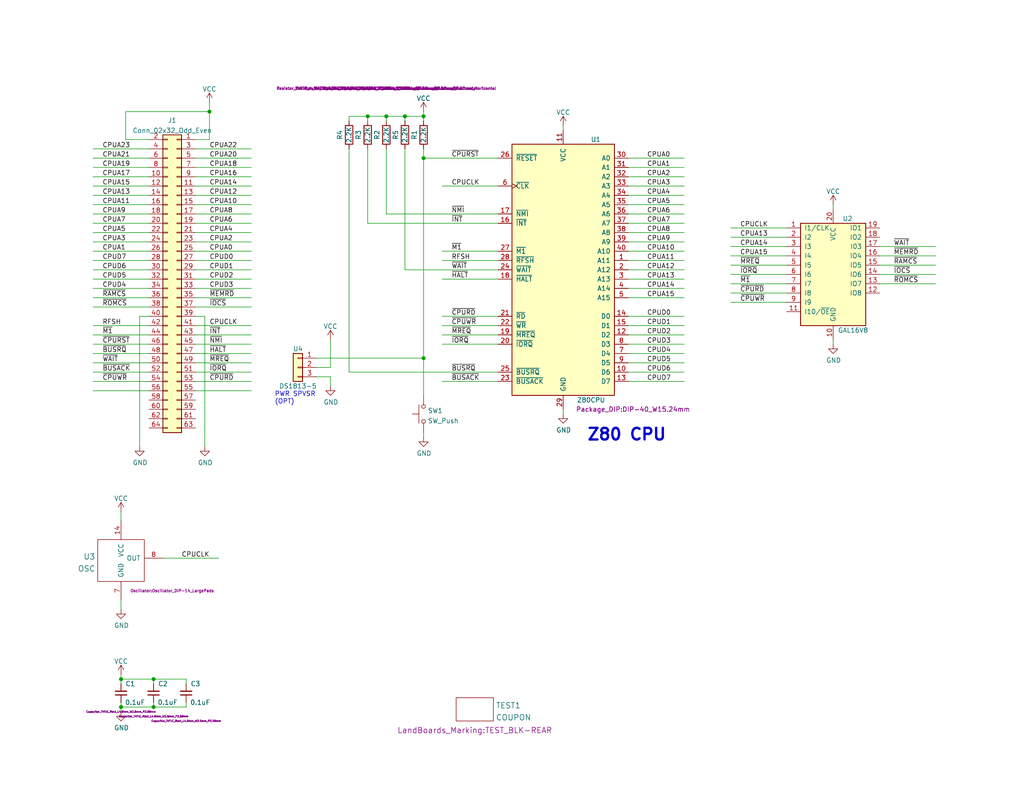
<source format=kicad_sch>
(kicad_sch (version 20211123) (generator eeschema)
  (paper "A")
  (title_block (title "LB-Z80-01") (date "2022-09-09") (rev "1") (company "Land Boards LLC"))
  (lib_symbols
    (symbol "Connector_Generic:Conn_01x03" (pin_names (offset 1.016) hide)
      (property "Reference" "J" (at 0 5.08 0))
      (property "Value" "Conn_01x03" (at 0 -5.08 0))
      (symbol "Conn_01x03_1_1"
        (rectangle (start -1.27 -2.413) (end 0 -2.667) (stroke (width 0.1524)))
        (rectangle (start -1.27 0.127) (end 0 -0.127) (stroke (width 0.1524)))
        (rectangle (start -1.27 2.667) (end 0 2.413) (stroke (width 0.1524)))
        (rectangle (start -1.27 3.81) (end 1.27 -3.81) (stroke (width 0.254)) (fill (type background)))
        (pin passive line (at -5.08 2.54 0) (length 3.81) (name "Pin_1") (number "1"))
        (pin passive line (at -5.08 0 0) (length 3.81) (name "Pin_2") (number "2"))
        (pin passive line (at -5.08 -2.54 0) (length 3.81) (name "Pin_3") (number "3"))
      )
    )
    (symbol "Connector_Generic:Conn_02x32_Odd_Even" (pin_names (offset 1.016) hide)
      (property "Reference" "J" (at 1.27 40.64 0))
      (property "Value" "Conn_02x32_Odd_Even" (at 1.27 -43.18 0))
      (symbol "Conn_02x32_Odd_Even_1_1"
        (rectangle (start -1.27 -40.513) (end 0 -40.767) (stroke (width 0.1524)))
        (rectangle (start -1.27 -37.973) (end 0 -38.227) (stroke (width 0.1524)))
        (rectangle (start -1.27 -35.433) (end 0 -35.687) (stroke (width 0.1524)))
        (rectangle (start -1.27 -32.893) (end 0 -33.147) (stroke (width 0.1524)))
        (rectangle (start -1.27 -30.353) (end 0 -30.607) (stroke (width 0.1524)))
        (rectangle (start -1.27 -27.813) (end 0 -28.067) (stroke (width 0.1524)))
        (rectangle (start -1.27 -25.273) (end 0 -25.527) (stroke (width 0.1524)))
        (rectangle (start -1.27 -22.733) (end 0 -22.987) (stroke (width 0.1524)))
        (rectangle (start -1.27 -20.193) (end 0 -20.447) (stroke (width 0.1524)))
        (rectangle (start -1.27 -17.653) (end 0 -17.907) (stroke (width 0.1524)))
        (rectangle (start -1.27 -15.113) (end 0 -15.367) (stroke (width 0.1524)))
        (rectangle (start -1.27 -12.573) (end 0 -12.827) (stroke (width 0.1524)))
        (rectangle (start -1.27 -10.033) (end 0 -10.287) (stroke (width 0.1524)))
        (rectangle (start -1.27 -7.493) (end 0 -7.747) (stroke (width 0.1524)))
        (rectangle (start -1.27 -4.953) (end 0 -5.207) (stroke (width 0.1524)))
        (rectangle (start -1.27 -2.413) (end 0 -2.667) (stroke (width 0.1524)))
        (rectangle (start -1.27 0.127) (end 0 -0.127) (stroke (width 0.1524)))
        (rectangle (start -1.27 2.667) (end 0 2.413) (stroke (width 0.1524)))
        (rectangle (start -1.27 5.207) (end 0 4.953) (stroke (width 0.1524)))
        (rectangle (start -1.27 7.747) (end 0 7.493) (stroke (width 0.1524)))
        (rectangle (start -1.27 10.287) (end 0 10.033) (stroke (width 0.1524)))
        (rectangle (start -1.27 12.827) (end 0 12.573) (stroke (width 0.1524)))
        (rectangle (start -1.27 15.367) (end 0 15.113) (stroke (width 0.1524)))
        (rectangle (start -1.27 17.907) (end 0 17.653) (stroke (width 0.1524)))
        (rectangle (start -1.27 20.447) (end 0 20.193) (stroke (width 0.1524)))
        (rectangle (start -1.27 22.987) (end 0 22.733) (stroke (width 0.1524)))
        (rectangle (start -1.27 25.527) (end 0 25.273) (stroke (width 0.1524)))
        (rectangle (start -1.27 28.067) (end 0 27.813) (stroke (width 0.1524)))
        (rectangle (start -1.27 30.607) (end 0 30.353) (stroke (width 0.1524)))
        (rectangle (start -1.27 33.147) (end 0 32.893) (stroke (width 0.1524)))
        (rectangle (start -1.27 35.687) (end 0 35.433) (stroke (width 0.1524)))
        (rectangle (start -1.27 38.227) (end 0 37.973) (stroke (width 0.1524)))
        (rectangle (start -1.27 39.37) (end 3.81 -41.91) (stroke (width 0.254)) (fill (type background)))
        (rectangle (start 3.81 -40.513) (end 2.54 -40.767) (stroke (width 0.1524)))
        (rectangle (start 3.81 -37.973) (end 2.54 -38.227) (stroke (width 0.1524)))
        (rectangle (start 3.81 -35.433) (end 2.54 -35.687) (stroke (width 0.1524)))
        (rectangle (start 3.81 -32.893) (end 2.54 -33.147) (stroke (width 0.1524)))
        (rectangle (start 3.81 -30.353) (end 2.54 -30.607) (stroke (width 0.1524)))
        (rectangle (start 3.81 -27.813) (end 2.54 -28.067) (stroke (width 0.1524)))
        (rectangle (start 3.81 -25.273) (end 2.54 -25.527) (stroke (width 0.1524)))
        (rectangle (start 3.81 -22.733) (end 2.54 -22.987) (stroke (width 0.1524)))
        (rectangle (start 3.81 -20.193) (end 2.54 -20.447) (stroke (width 0.1524)))
        (rectangle (start 3.81 -17.653) (end 2.54 -17.907) (stroke (width 0.1524)))
        (rectangle (start 3.81 -15.113) (end 2.54 -15.367) (stroke (width 0.1524)))
        (rectangle (start 3.81 -12.573) (end 2.54 -12.827) (stroke (width 0.1524)))
        (rectangle (start 3.81 -10.033) (end 2.54 -10.287) (stroke (width 0.1524)))
        (rectangle (start 3.81 -7.493) (end 2.54 -7.747) (stroke (width 0.1524)))
        (rectangle (start 3.81 -4.953) (end 2.54 -5.207) (stroke (width 0.1524)))
        (rectangle (start 3.81 -2.413) (end 2.54 -2.667) (stroke (width 0.1524)))
        (rectangle (start 3.81 0.127) (end 2.54 -0.127) (stroke (width 0.1524)))
        (rectangle (start 3.81 2.667) (end 2.54 2.413) (stroke (width 0.1524)))
        (rectangle (start 3.81 5.207) (end 2.54 4.953) (stroke (width 0.1524)))
        (rectangle (start 3.81 7.747) (end 2.54 7.493) (stroke (width 0.1524)))
        (rectangle (start 3.81 10.287) (end 2.54 10.033) (stroke (width 0.1524)))
        (rectangle (start 3.81 12.827) (end 2.54 12.573) (stroke (width 0.1524)))
        (rectangle (start 3.81 15.367) (end 2.54 15.113) (stroke (width 0.1524)))
        (rectangle (start 3.81 17.907) (end 2.54 17.653) (stroke (width 0.1524)))
        (rectangle (start 3.81 20.447) (end 2.54 20.193) (stroke (width 0.1524)))
        (rectangle (start 3.81 22.987) (end 2.54 22.733) (stroke (width 0.1524)))
        (rectangle (start 3.81 25.527) (end 2.54 25.273) (stroke (width 0.1524)))
        (rectangle (start 3.81 28.067) (end 2.54 27.813) (stroke (width 0.1524)))
        (rectangle (start 3.81 30.607) (end 2.54 30.353) (stroke (width 0.1524)))
        (rectangle (start 3.81 33.147) (end 2.54 32.893) (stroke (width 0.1524)))
        (rectangle (start 3.81 35.687) (end 2.54 35.433) (stroke (width 0.1524)))
        (rectangle (start 3.81 38.227) (end 2.54 37.973) (stroke (width 0.1524)))
        (pin passive line (at -5.08 38.1 0) (length 3.81) (name "Pin_1") (number "1"))
        (pin passive line (at 7.62 27.94 180) (length 3.81) (name "Pin_10") (number "10"))
        (pin passive line (at -5.08 25.4 0) (length 3.81) (name "Pin_11") (number "11"))
        (pin passive line (at 7.62 25.4 180) (length 3.81) (name "Pin_12") (number "12"))
        (pin passive line (at -5.08 22.86 0) (length 3.81) (name "Pin_13") (number "13"))
        (pin passive line (at 7.62 22.86 180) (length 3.81) (name "Pin_14") (number "14"))
        (pin passive line (at -5.08 20.32 0) (length 3.81) (name "Pin_15") (number "15"))
        (pin passive line (at 7.62 20.32 180) (length 3.81) (name "Pin_16") (number "16"))
        (pin passive line (at -5.08 17.78 0) (length 3.81) (name "Pin_17") (number "17"))
        (pin passive line (at 7.62 17.78 180) (length 3.81) (name "Pin_18") (number "18"))
        (pin passive line (at -5.08 15.24 0) (length 3.81) (name "Pin_19") (number "19"))
        (pin passive line (at 7.62 38.1 180) (length 3.81) (name "Pin_2") (number "2"))
        (pin passive line (at 7.62 15.24 180) (length 3.81) (name "Pin_20") (number "20"))
        (pin passive line (at -5.08 12.7 0) (length 3.81) (name "Pin_21") (number "21"))
        (pin passive line (at 7.62 12.7 180) (length 3.81) (name "Pin_22") (number "22"))
        (pin passive line (at -5.08 10.16 0) (length 3.81) (name "Pin_23") (number "23"))
        (pin passive line (at 7.62 10.16 180) (length 3.81) (name "Pin_24") (number "24"))
        (pin passive line (at -5.08 7.62 0) (length 3.81) (name "Pin_25") (number "25"))
        (pin passive line (at 7.62 7.62 180) (length 3.81) (name "Pin_26") (number "26"))
        (pin passive line (at -5.08 5.08 0) (length 3.81) (name "Pin_27") (number "27"))
        (pin passive line (at 7.62 5.08 180) (length 3.81) (name "Pin_28") (number "28"))
        (pin passive line (at -5.08 2.54 0) (length 3.81) (name "Pin_29") (number "29"))
        (pin passive line (at -5.08 35.56 0) (length 3.81) (name "Pin_3") (number "3"))
        (pin passive line (at 7.62 2.54 180) (length 3.81) (name "Pin_30") (number "30"))
        (pin passive line (at -5.08 0 0) (length 3.81) (name "Pin_31") (number "31"))
        (pin passive line (at 7.62 0 180) (length 3.81) (name "Pin_32") (number "32"))
        (pin passive line (at -5.08 -2.54 0) (length 3.81) (name "Pin_33") (number "33"))
        (pin passive line (at 7.62 -2.54 180) (length 3.81) (name "Pin_34") (number "34"))
        (pin passive line (at -5.08 -5.08 0) (length 3.81) (name "Pin_35") (number "35"))
        (pin passive line (at 7.62 -5.08 180) (length 3.81) (name "Pin_36") (number "36"))
        (pin passive line (at -5.08 -7.62 0) (length 3.81) (name "Pin_37") (number "37"))
        (pin passive line (at 7.62 -7.62 180) (length 3.81) (name "Pin_38") (number "38"))
        (pin passive line (at -5.08 -10.16 0) (length 3.81) (name "Pin_39") (number "39"))
        (pin passive line (at 7.62 35.56 180) (length 3.81) (name "Pin_4") (number "4"))
        (pin passive line (at 7.62 -10.16 180) (length 3.81) (name "Pin_40") (number "40"))
        (pin passive line (at -5.08 -12.7 0) (length 3.81) (name "Pin_41") (number "41"))
        (pin passive line (at 7.62 -12.7 180) (length 3.81) (name "Pin_42") (number "42"))
        (pin passive line (at -5.08 -15.24 0) (length 3.81) (name "Pin_43") (number "43"))
        (pin passive line (at 7.62 -15.24 180) (length 3.81) (name "Pin_44") (number "44"))
        (pin passive line (at -5.08 -17.78 0) (length 3.81) (name "Pin_45") (number "45"))
        (pin passive line (at 7.62 -17.78 180) (length 3.81) (name "Pin_46") (number "46"))
        (pin passive line (at -5.08 -20.32 0) (length 3.81) (name "Pin_47") (number "47"))
        (pin passive line (at 7.62 -20.32 180) (length 3.81) (name "Pin_48") (number "48"))
        (pin passive line (at -5.08 -22.86 0) (length 3.81) (name "Pin_49") (number "49"))
        (pin passive line (at -5.08 33.02 0) (length 3.81) (name "Pin_5") (number "5"))
        (pin passive line (at 7.62 -22.86 180) (length 3.81) (name "Pin_50") (number "50"))
        (pin passive line (at -5.08 -25.4 0) (length 3.81) (name "Pin_51") (number "51"))
        (pin passive line (at 7.62 -25.4 180) (length 3.81) (name "Pin_52") (number "52"))
        (pin passive line (at -5.08 -27.94 0) (length 3.81) (name "Pin_53") (number "53"))
        (pin passive line (at 7.62 -27.94 180) (length 3.81) (name "Pin_54") (number "54"))
        (pin passive line (at -5.08 -30.48 0) (length 3.81) (name "Pin_55") (number "55"))
        (pin passive line (at 7.62 -30.48 180) (length 3.81) (name "Pin_56") (number "56"))
        (pin passive line (at -5.08 -33.02 0) (length 3.81) (name "Pin_57") (number "57"))
        (pin passive line (at 7.62 -33.02 180) (length 3.81) (name "Pin_58") (number "58"))
        (pin passive line (at -5.08 -35.56 0) (length 3.81) (name "Pin_59") (number "59"))
        (pin passive line (at 7.62 33.02 180) (length 3.81) (name "Pin_6") (number "6"))
        (pin passive line (at 7.62 -35.56 180) (length 3.81) (name "Pin_60") (number "60"))
        (pin passive line (at -5.08 -38.1 0) (length 3.81) (name "Pin_61") (number "61"))
        (pin passive line (at 7.62 -38.1 180) (length 3.81) (name "Pin_62") (number "62"))
        (pin passive line (at -5.08 -40.64 0) (length 3.81) (name "Pin_63") (number "63"))
        (pin passive line (at 7.62 -40.64 180) (length 3.81) (name "Pin_64") (number "64"))
        (pin passive line (at -5.08 30.48 0) (length 3.81) (name "Pin_7") (number "7"))
        (pin passive line (at 7.62 30.48 180) (length 3.81) (name "Pin_8") (number "8"))
        (pin passive line (at -5.08 27.94 0) (length 3.81) (name "Pin_9") (number "9"))
      )
    )
    (symbol "Device:C_Small" (pin_numbers hide) (pin_names (offset 0.254) hide)
      (property "Reference" "C" (at 0.254 1.778 0))
      (property "Value" "C_Small" (at 0.254 -2.032 0))
      (symbol "C_Small_0_1"
        (polyline (pts (xy -1.524 -0.508) (xy 1.524 -0.508)) (stroke (width 0.3302)))
        (polyline (pts (xy -1.524 0.508) (xy 1.524 0.508)) (stroke (width 0.3048)))
      )
      (symbol "C_Small_1_1"
        (pin passive line (at 0 2.54 270) (length 2.032) (name "~") (number "1"))
        (pin passive line (at 0 -2.54 90) (length 2.032) (name "~") (number "2"))
      )
    )
    (symbol "Device:R" (pin_numbers hide) (pin_names (offset 0))
      (property "Reference" "R" (at 2.032 0 90))
      (property "Value" "R" (at 0 0 90))
      (symbol "R_0_1"
        (rectangle (start -1.016 -2.54) (end 1.016 2.54) (stroke (width 0.254)))
      )
      (symbol "R_1_1"
        (pin passive line (at 0 3.81 270) (length 1.27) (name "~") (number "1"))
        (pin passive line (at 0 -3.81 90) (length 1.27) (name "~") (number "2"))
      )
    )
    (symbol "LandBoards:COUPON" (pin_names (offset 1.016))
      (property "Reference" "COUP?" (at 0 0 0))
      (property "Value" "COUPON" (at 0 0 0))
      (symbol "COUPON_0_1"
        (rectangle (start -5.08 0) (end 5.08 6.35))
      )
    )
    (symbol "LandBoards_Semis:OSC" (pin_names (offset 1.016))
      (property "Reference" "U" (at 3.81 6.35 0))
      (property "Value" "OSC" (at 5.08 -7.62 0))
      (symbol "OSC_0_1"
        (rectangle (start 6.35 -6.35) (end -6.35 5.08))
      )
      (symbol "OSC_1_1"
        (pin power_in line (at 0 10.16 270) (length 5.08) (name "VCC") (number "14"))
        (pin power_in line (at 0 -11.43 90) (length 5.08) (name "GND") (number "7"))
        (pin output line (at 11.43 0 180) (length 5.08) (name "OUT") (number "8"))
      )
    )
    (symbol "Logic_Programmable:GAL16V8" (pin_names (offset 1.016))
      (property "Reference" "U" (at -8.89 16.51 0))
      (property "Value" "GAL16V8" (at 1.27 16.51 0))
      (symbol "GAL16V8_0_0"
        (pin power_in line (at 0 -17.78 90) (length 3.81) (name "GND") (number "10"))
        (pin power_in line (at 0 17.78 270) (length 3.81) (name "VCC") (number "20"))
      )
      (symbol "GAL16V8_0_1"
        (rectangle (start -8.89 13.97) (end 8.89 -13.97) (stroke (width 0.254)) (fill (type background)))
      )
      (symbol "GAL16V8_1_1"
        (pin input line (at -12.7 12.7 0) (length 3.81) (name "I1/CLK") (number "1"))
        (pin input line (at -12.7 -10.16 0) (length 3.81) (name "I10/~{OE}") (number "11"))
        (pin tri_state line (at 12.7 -5.08 180) (length 3.81) (name "IO8") (number "12"))
        (pin tri_state line (at 12.7 -2.54 180) (length 3.81) (name "IO7") (number "13"))
        (pin tri_state line (at 12.7 0 180) (length 3.81) (name "IO6") (number "14"))
        (pin tri_state line (at 12.7 2.54 180) (length 3.81) (name "IO5") (number "15"))
        (pin tri_state line (at 12.7 5.08 180) (length 3.81) (name "IO4") (number "16"))
        (pin tri_state line (at 12.7 7.62 180) (length 3.81) (name "I03") (number "17"))
        (pin tri_state line (at 12.7 10.16 180) (length 3.81) (name "IO2") (number "18"))
        (pin tri_state line (at 12.7 12.7 180) (length 3.81) (name "IO1") (number "19"))
        (pin input line (at -12.7 10.16 0) (length 3.81) (name "I2") (number "2"))
        (pin input line (at -12.7 7.62 0) (length 3.81) (name "I3") (number "3"))
        (pin input line (at -12.7 5.08 0) (length 3.81) (name "I4") (number "4"))
        (pin input line (at -12.7 2.54 0) (length 3.81) (name "I5") (number "5"))
        (pin input line (at -12.7 0 0) (length 3.81) (name "I6") (number "6"))
        (pin input line (at -12.7 -2.54 0) (length 3.81) (name "I7") (number "7"))
        (pin input line (at -12.7 -5.08 0) (length 3.81) (name "I8") (number "8"))
        (pin input line (at -12.7 -7.62 0) (length 3.81) (name "I9") (number "9"))
      )
    )
    (symbol "Switch:SW_Push" (pin_numbers hide) (pin_names (offset 1.016) hide)
      (property "Reference" "SW" (at 1.27 2.54 0))
      (property "Value" "SW_Push" (at 0 -1.524 0))
      (symbol "SW_Push_0_1"
        (circle (center -2.032 0) (radius 0.508))
        (polyline (pts (xy 0 1.27) (xy 0 3.048)))
        (polyline (pts (xy 2.54 1.27) (xy -2.54 1.27)))
        (circle (center 2.032 0) (radius 0.508))
        (pin passive line (at -5.08 0 0) (length 2.54) (name "1") (number "1"))
        (pin passive line (at 5.08 0 180) (length 2.54) (name "2") (number "2"))
      )
    )
    (symbol "Z80_CPU-rescue:Z80CPU-Zilog" (pin_names (offset 1.016))
      (property "Reference" "U" (at -13.97 35.56 0))
      (property "Value" "Z80CPU-Zilog" (at 6.35 35.56 0))
      (symbol "Z80CPU-Zilog_0_1"
        (rectangle (start -13.97 34.29) (end 13.97 -34.29) (stroke (width 0.254)) (fill (type background)))
      )
      (symbol "Z80CPU-Zilog_1_1"
        (pin output line (at 17.78 2.54 180) (length 3.81) (name "A11") (number "1"))
        (pin bidirectional line (at 17.78 -27.94 180) (length 3.81) (name "D6") (number "10"))
        (pin power_in line (at 0 38.1 270) (length 3.81) (name "VCC") (number "11"))
        (pin bidirectional line (at 17.78 -17.78 180) (length 3.81) (name "D2") (number "12"))
        (pin bidirectional line (at 17.78 -30.48 180) (length 3.81) (name "D7") (number "13"))
        (pin bidirectional line (at 17.78 -12.7 180) (length 3.81) (name "D0") (number "14"))
        (pin bidirectional line (at 17.78 -15.24 180) (length 3.81) (name "D1") (number "15"))
        (pin input line (at -17.78 12.7 0) (length 3.81) (name "~{INT}") (number "16"))
        (pin input line (at -17.78 15.24 0) (length 3.81) (name "~{NMI}") (number "17"))
        (pin output line (at -17.78 -2.54 0) (length 3.81) (name "~{HALT}") (number "18"))
        (pin output line (at -17.78 -17.78 0) (length 3.81) (name "~{MREQ}") (number "19"))
        (pin output line (at 17.78 0 180) (length 3.81) (name "A12") (number "2"))
        (pin output line (at -17.78 -20.32 0) (length 3.81) (name "~{IORQ}") (number "20"))
        (pin output line (at -17.78 -12.7 0) (length 3.81) (name "~{RD}") (number "21"))
        (pin output line (at -17.78 -15.24 0) (length 3.81) (name "~{WR}") (number "22"))
        (pin output line (at -17.78 -30.48 0) (length 3.81) (name "~{BUSACK}") (number "23"))
        (pin input line (at -17.78 0 0) (length 3.81) (name "~{WAIT}") (number "24"))
        (pin input line (at -17.78 -27.94 0) (length 3.81) (name "~{BUSRQ}") (number "25"))
        (pin input line (at -17.78 30.48 0) (length 3.81) (name "~{RESET}") (number "26"))
        (pin output line (at -17.78 5.08 0) (length 3.81) (name "~{M1}") (number "27"))
        (pin output line (at -17.78 2.54 0) (length 3.81) (name "~{RFSH}") (number "28"))
        (pin power_in line (at 0 -38.1 90) (length 3.81) (name "GND") (number "29"))
        (pin output line (at 17.78 -2.54 180) (length 3.81) (name "A13") (number "3"))
        (pin output line (at 17.78 30.48 180) (length 3.81) (name "A0") (number "30"))
        (pin output line (at 17.78 27.94 180) (length 3.81) (name "A1") (number "31"))
        (pin output line (at 17.78 25.4 180) (length 3.81) (name "A2") (number "32"))
        (pin output line (at 17.78 22.86 180) (length 3.81) (name "A3") (number "33"))
        (pin output line (at 17.78 20.32 180) (length 3.81) (name "A4") (number "34"))
        (pin output line (at 17.78 17.78 180) (length 3.81) (name "A5") (number "35"))
        (pin output line (at 17.78 15.24 180) (length 3.81) (name "A6") (number "36"))
        (pin output line (at 17.78 12.7 180) (length 3.81) (name "A7") (number "37"))
        (pin output line (at 17.78 10.16 180) (length 3.81) (name "A8") (number "38"))
        (pin output line (at 17.78 7.62 180) (length 3.81) (name "A9") (number "39"))
        (pin output line (at 17.78 -5.08 180) (length 3.81) (name "A14") (number "4"))
        (pin output line (at 17.78 5.08 180) (length 3.81) (name "A10") (number "40"))
        (pin output line (at 17.78 -7.62 180) (length 3.81) (name "A15") (number "5"))
        (pin input clock (at -17.78 22.86 0) (length 3.81) (name "~{CLK}") (number "6"))
        (pin bidirectional line (at 17.78 -22.86 180) (length 3.81) (name "D4") (number "7"))
        (pin bidirectional line (at 17.78 -20.32 180) (length 3.81) (name "D3") (number "8"))
        (pin bidirectional line (at 17.78 -25.4 180) (length 3.81) (name "D5") (number "9"))
      )
    )
    (symbol "power:GND" (power) (pin_names (offset 0))
      (property "Value" "GND" (at 0 -3.81 0))
      (symbol "GND_0_1"
        (polyline (pts (xy 0 0) (xy 0 -1.27) (xy 1.27 -1.27) (xy 0 -2.54) (xy -1.27 -1.27) (xy 0 -1.27)))
      )
      (symbol "GND_1_1"
        (pin power_in line (at 0 0 270) (length 0) hide (name "GND") (number "1"))
      )
    )
    (symbol "power:VCC" (power) (pin_names (offset 0))
      (property "Value" "VCC" (at 0 3.81 0))
      (symbol "VCC_0_1"
        (polyline (pts (xy -0.762 1.27) (xy 0 2.54)))
        (polyline (pts (xy 0 0) (xy 0 2.54)))
        (polyline (pts (xy 0 2.54) (xy 0.762 1.27)))
      )
      (symbol "VCC_1_1"
        (pin power_in line (at 0 0 90) (length 0) hide (name "VCC") (number "1"))
      )
    )
  )
  (junction (at 100.33 31.75))
  (junction (at 115.57 43.18))
  (junction (at 33.02 193.04))
  (junction (at 110.49 31.75))
  (junction (at 115.57 97.79))
  (junction (at 105.41 31.75))
  (junction (at 41.91 185.42))
  (junction (at 41.91 193.04))
  (junction (at 33.02 185.42))
  (junction (at 115.57 31.75))
  (junction (at 57.15 30.48))
  (wire (pts (xy 38.1 86.36) (xy 38.1 121.92)))
  (wire (pts (xy 120.65 76.2) (xy 135.89 76.2)))
  (wire (pts (xy 171.45 60.96) (xy 186.69 60.96)))
  (wire (pts (xy 33.02 193.04) (xy 33.02 194.31)))
  (wire (pts (xy 25.4 93.98) (xy 40.64 93.98)))
  (wire (pts (xy 53.34 45.72) (xy 68.58 45.72)))
  (wire (pts (xy 25.4 71.12) (xy 40.64 71.12)))
  (wire (pts (xy 53.34 106.68) (xy 68.58 106.68)))
  (wire (pts (xy 199.39 82.55) (xy 214.63 82.55)))
  (wire (pts (xy 53.34 48.26) (xy 68.58 48.26)))
  (wire (pts (xy 171.45 101.6) (xy 186.69 101.6)))
  (wire (pts (xy 115.57 118.11) (xy 115.57 119.38)))
  (wire (pts (xy 57.15 38.1) (xy 57.15 30.48)))
  (wire (pts (xy 171.45 73.66) (xy 186.69 73.66)))
  (wire (pts (xy 171.45 66.04) (xy 186.69 66.04)))
  (wire (pts (xy 53.34 63.5) (xy 68.58 63.5)))
  (wire (pts (xy 33.02 139.7) (xy 33.02 142.24)))
  (wire (pts (xy 199.39 62.23) (xy 214.63 62.23)))
  (wire (pts (xy 120.65 68.58) (xy 135.89 68.58)))
  (wire (pts (xy 57.15 30.48) (xy 34.29 30.48)))
  (wire (pts (xy 41.91 186.69) (xy 41.91 185.42)))
  (wire (pts (xy 33.02 193.04) (xy 41.91 193.04)))
  (wire (pts (xy 110.49 73.66) (xy 135.89 73.66)))
  (wire (pts (xy 227.33 57.15) (xy 227.33 55.88)))
  (wire (pts (xy 120.65 93.98) (xy 135.89 93.98)))
  (wire (pts (xy 53.34 68.58) (xy 68.58 68.58)))
  (wire (pts (xy 53.34 50.8) (xy 68.58 50.8)))
  (wire (pts (xy 115.57 31.75) (xy 115.57 30.48)))
  (wire (pts (xy 90.17 102.87) (xy 90.17 105.41)))
  (wire (pts (xy 100.33 31.75) (xy 100.33 33.02)))
  (wire (pts (xy 38.1 86.36) (xy 40.64 86.36)))
  (wire (pts (xy 53.34 104.14) (xy 68.58 104.14)))
  (wire (pts (xy 25.4 58.42) (xy 40.64 58.42)))
  (wire (pts (xy 53.34 38.1) (xy 57.15 38.1)))
  (wire (pts (xy 33.02 163.83) (xy 33.02 166.37)))
  (wire (pts (xy 199.39 67.31) (xy 214.63 67.31)))
  (wire (pts (xy 110.49 31.75) (xy 110.49 33.02)))
  (wire (pts (xy 120.65 71.12) (xy 135.89 71.12)))
  (wire (pts (xy 95.25 40.64) (xy 95.25 101.6)))
  (wire (pts (xy 199.39 80.01) (xy 214.63 80.01)))
  (wire (pts (xy 115.57 43.18) (xy 135.89 43.18)))
  (wire (pts (xy 25.4 73.66) (xy 40.64 73.66)))
  (wire (pts (xy 25.4 55.88) (xy 40.64 55.88)))
  (wire (pts (xy 50.8 193.04) (xy 50.8 191.77)))
  (wire (pts (xy 105.41 58.42) (xy 135.89 58.42)))
  (wire (pts (xy 53.34 96.52) (xy 68.58 96.52)))
  (wire (pts (xy 25.4 68.58) (xy 40.64 68.58)))
  (wire (pts (xy 25.4 48.26) (xy 40.64 48.26)))
  (wire (pts (xy 25.4 83.82) (xy 40.64 83.82)))
  (wire (pts (xy 171.45 76.2) (xy 186.69 76.2)))
  (wire (pts (xy 53.34 99.06) (xy 68.58 99.06)))
  (wire (pts (xy 53.34 55.88) (xy 68.58 55.88)))
  (wire (pts (xy 57.15 30.48) (xy 57.15 27.94)))
  (wire (pts (xy 120.65 91.44) (xy 135.89 91.44)))
  (wire (pts (xy 240.03 69.85) (xy 255.27 69.85)))
  (wire (pts (xy 34.29 38.1) (xy 40.64 38.1)))
  (wire (pts (xy 53.34 73.66) (xy 68.58 73.66)))
  (wire (pts (xy 33.02 184.15) (xy 33.02 185.42)))
  (wire (pts (xy 25.4 81.28) (xy 40.64 81.28)))
  (wire (pts (xy 199.39 72.39) (xy 214.63 72.39)))
  (wire (pts (xy 53.34 71.12) (xy 68.58 71.12)))
  (wire (pts (xy 25.4 60.96) (xy 40.64 60.96)))
  (wire (pts (xy 86.36 100.33) (xy 90.17 100.33)))
  (wire (pts (xy 199.39 64.77) (xy 214.63 64.77)))
  (wire (pts (xy 115.57 31.75) (xy 110.49 31.75)))
  (wire (pts (xy 171.45 48.26) (xy 186.69 48.26)))
  (wire (pts (xy 153.67 111.76) (xy 153.67 113.03)))
  (wire (pts (xy 171.45 53.34) (xy 186.69 53.34)))
  (wire (pts (xy 53.34 83.82) (xy 68.58 83.82)))
  (wire (pts (xy 53.34 40.64) (xy 68.58 40.64)))
  (wire (pts (xy 90.17 92.71) (xy 90.17 100.33)))
  (wire (pts (xy 53.34 60.96) (xy 68.58 60.96)))
  (wire (pts (xy 41.91 191.77) (xy 41.91 193.04)))
  (wire (pts (xy 55.88 86.36) (xy 55.88 121.92)))
  (wire (pts (xy 171.45 55.88) (xy 186.69 55.88)))
  (wire (pts (xy 105.41 31.75) (xy 100.33 31.75)))
  (wire (pts (xy 25.4 43.18) (xy 40.64 43.18)))
  (wire (pts (xy 110.49 73.66) (xy 110.49 40.64)))
  (wire (pts (xy 25.4 106.68) (xy 40.64 106.68)))
  (wire (pts (xy 33.02 186.69) (xy 33.02 185.42)))
  (wire (pts (xy 50.8 186.69) (xy 50.8 185.42)))
  (wire (pts (xy 95.25 31.75) (xy 95.25 33.02)))
  (wire (pts (xy 25.4 66.04) (xy 40.64 66.04)))
  (wire (pts (xy 199.39 69.85) (xy 214.63 69.85)))
  (wire (pts (xy 171.45 99.06) (xy 186.69 99.06)))
  (wire (pts (xy 171.45 91.44) (xy 186.69 91.44)))
  (wire (pts (xy 227.33 92.71) (xy 227.33 93.98)))
  (wire (pts (xy 25.4 76.2) (xy 40.64 76.2)))
  (wire (pts (xy 171.45 88.9) (xy 186.69 88.9)))
  (wire (pts (xy 53.34 86.36) (xy 55.88 86.36)))
  (wire (pts (xy 171.45 43.18) (xy 186.69 43.18)))
  (wire (pts (xy 25.4 101.6) (xy 40.64 101.6)))
  (wire (pts (xy 25.4 78.74) (xy 40.64 78.74)))
  (wire (pts (xy 115.57 97.79) (xy 115.57 43.18)))
  (wire (pts (xy 120.65 88.9) (xy 135.89 88.9)))
  (wire (pts (xy 115.57 40.64) (xy 115.57 43.18)))
  (wire (pts (xy 120.65 86.36) (xy 135.89 86.36)))
  (wire (pts (xy 53.34 53.34) (xy 68.58 53.34)))
  (wire (pts (xy 86.36 97.79) (xy 115.57 97.79)))
  (wire (pts (xy 105.41 31.75) (xy 105.41 33.02)))
  (wire (pts (xy 25.4 91.44) (xy 40.64 91.44)))
  (wire (pts (xy 240.03 74.93) (xy 255.27 74.93)))
  (wire (pts (xy 171.45 81.28) (xy 186.69 81.28)))
  (wire (pts (xy 115.57 33.02) (xy 115.57 31.75)))
  (wire (pts (xy 53.34 58.42) (xy 68.58 58.42)))
  (wire (pts (xy 53.34 81.28) (xy 68.58 81.28)))
  (wire (pts (xy 25.4 40.64) (xy 40.64 40.64)))
  (wire (pts (xy 100.33 60.96) (xy 135.89 60.96)))
  (wire (pts (xy 25.4 88.9) (xy 40.64 88.9)))
  (wire (pts (xy 25.4 45.72) (xy 40.64 45.72)))
  (wire (pts (xy 115.57 107.95) (xy 115.57 97.79)))
  (wire (pts (xy 34.29 30.48) (xy 34.29 38.1)))
  (wire (pts (xy 33.02 185.42) (xy 41.91 185.42)))
  (wire (pts (xy 53.34 93.98) (xy 68.58 93.98)))
  (wire (pts (xy 100.33 31.75) (xy 95.25 31.75)))
  (wire (pts (xy 53.34 76.2) (xy 68.58 76.2)))
  (wire (pts (xy 199.39 77.47) (xy 214.63 77.47)))
  (wire (pts (xy 171.45 63.5) (xy 186.69 63.5)))
  (wire (pts (xy 33.02 191.77) (xy 33.02 193.04)))
  (wire (pts (xy 171.45 96.52) (xy 186.69 96.52)))
  (wire (pts (xy 120.65 50.8) (xy 135.89 50.8)))
  (wire (pts (xy 53.34 91.44) (xy 68.58 91.44)))
  (wire (pts (xy 53.34 101.6) (xy 68.58 101.6)))
  (wire (pts (xy 25.4 99.06) (xy 40.64 99.06)))
  (wire (pts (xy 240.03 72.39) (xy 255.27 72.39)))
  (wire (pts (xy 53.34 88.9) (xy 68.58 88.9)))
  (wire (pts (xy 240.03 67.31) (xy 255.27 67.31)))
  (wire (pts (xy 171.45 78.74) (xy 186.69 78.74)))
  (wire (pts (xy 25.4 53.34) (xy 40.64 53.34)))
  (wire (pts (xy 41.91 193.04) (xy 50.8 193.04)))
  (wire (pts (xy 53.34 66.04) (xy 68.58 66.04)))
  (wire (pts (xy 120.65 104.14) (xy 135.89 104.14)))
  (wire (pts (xy 199.39 74.93) (xy 214.63 74.93)))
  (wire (pts (xy 171.45 104.14) (xy 186.69 104.14)))
  (wire (pts (xy 100.33 60.96) (xy 100.33 40.64)))
  (wire (pts (xy 110.49 31.75) (xy 105.41 31.75)))
  (wire (pts (xy 44.45 152.4) (xy 59.69 152.4)))
  (wire (pts (xy 25.4 104.14) (xy 40.64 104.14)))
  (wire (pts (xy 171.45 68.58) (xy 186.69 68.58)))
  (wire (pts (xy 53.34 43.18) (xy 68.58 43.18)))
  (wire (pts (xy 25.4 96.52) (xy 40.64 96.52)))
  (wire (pts (xy 171.45 50.8) (xy 186.69 50.8)))
  (wire (pts (xy 25.4 63.5) (xy 40.64 63.5)))
  (wire (pts (xy 171.45 71.12) (xy 186.69 71.12)))
  (wire (pts (xy 50.8 185.42) (xy 41.91 185.42)))
  (wire (pts (xy 95.25 101.6) (xy 135.89 101.6)))
  (wire (pts (xy 86.36 102.87) (xy 90.17 102.87)))
  (wire (pts (xy 25.4 50.8) (xy 40.64 50.8)))
  (wire (pts (xy 240.03 77.47) (xy 255.27 77.47)))
  (wire (pts (xy 153.67 35.56) (xy 153.67 34.29)))
  (wire (pts (xy 171.45 45.72) (xy 186.69 45.72)))
  (wire (pts (xy 171.45 58.42) (xy 186.69 58.42)))
  (wire (pts (xy 171.45 93.98) (xy 186.69 93.98)))
  (wire (pts (xy 105.41 58.42) (xy 105.41 40.64)))
  (wire (pts (xy 53.34 78.74) (xy 68.58 78.74)))
  (wire (pts (xy 171.45 86.36) (xy 186.69 86.36)))
  (text "Z80 CPU" (at 160.02 120.65 0) (effects (font (size 3.175 3.175) (thickness 0.635) bold) (justify left bottom)))
  (text "PWR SPVSR\n(OPT)" (at 74.93 110.49 0) (effects (font (size 1.27 1.27)) (justify left bottom)))
  (label "~{BUSRQ}" (at 123.19 101.6 0))
  (label "CPUD6" (at 176.53 101.6 0))
  (label "CPUD3" (at 57.15 78.74 0))
  (label "CPUA22" (at 57.15 40.64 0))
  (label "CPUD0" (at 57.15 71.12 0))
  (label "CPUA9" (at 176.53 66.04 0))
  (label "CPUA1" (at 176.53 45.72 0))
  (label "~{RAMCS}" (at 243.84 72.39 0))
  (label "~{NMI}" (at 57.15 93.98 0))
  (label "~{M1}" (at 201.93 77.47 0))
  (label "~{HALT}" (at 57.15 96.52 0))
  (label "CPUA12" (at 176.53 73.66 0))
  (label "~{IORQ}" (at 57.15 101.6 0))
  (label "~{IOCS}" (at 243.84 74.93 0))
  (label "CPUA3" (at 176.53 50.8 0))
  (label "CPUA21" (at 27.94 43.18 0))
  (label "CPUA18" (at 57.15 45.72 0))
  (label "~{WAIT}" (at 243.84 67.31 0))
  (label "CPUA15" (at 176.53 81.28 0))
  (label "~{CPURD}" (at 123.19 86.36 0))
  (label "~{WAIT}" (at 123.19 73.66 0))
  (label "~{ROMCS}" (at 243.84 77.47 0))
  (label "CPUA0" (at 57.15 68.58 0))
  (label "~{CPURST}" (at 27.94 93.98 0))
  (label "CPUA1" (at 27.94 68.58 0))
  (label "~{NMI}" (at 123.19 58.42 0))
  (label "CPUA5" (at 27.94 63.5 0))
  (label "CPUD7" (at 176.53 104.14 0))
  (label "CPUD3" (at 176.53 93.98 0))
  (label "CPUD4" (at 176.53 96.52 0))
  (label "CPUD7" (at 27.94 71.12 0))
  (label "~{MEMRD}" (at 57.15 81.28 0))
  (label "CPUA4" (at 57.15 63.5 0))
  (label "CPUA10" (at 57.15 55.88 0))
  (label "CPUA6" (at 57.15 60.96 0))
  (label "~{M1}" (at 123.19 68.58 0))
  (label "CPUA8" (at 176.53 63.5 0))
  (label "CPUA11" (at 27.94 55.88 0))
  (label "CPUA2" (at 176.53 48.26 0))
  (label "CPUA12" (at 57.15 53.34 0))
  (label "RFSH" (at 27.94 88.9 0))
  (label "~{RAMCS}" (at 27.94 81.28 0))
  (label "CPUD1" (at 57.15 73.66 0))
  (label "~{MREQ}" (at 57.15 99.06 0))
  (label "CPUCLK" (at 201.93 62.23 0))
  (label "~{CPURD}" (at 57.15 104.14 0))
  (label "CPUA9" (at 27.94 58.42 0))
  (label "~{IORQ}" (at 123.19 93.98 0))
  (label "CPUD5" (at 27.94 76.2 0))
  (label "CPUA14" (at 176.53 78.74 0))
  (label "CPUD6" (at 27.94 73.66 0))
  (label "~{BUSACK}" (at 123.19 104.14 0))
  (label "~{CPUWR}" (at 123.19 88.9 0))
  (label "CPUA10" (at 176.53 68.58 0))
  (label "CPUA7" (at 27.94 60.96 0))
  (label "CPUA19" (at 27.94 45.72 0))
  (label "~{BUSACK}" (at 27.94 101.6 0))
  (label "~{IOCS}" (at 57.15 83.82 0))
  (label "~{CPURD}" (at 201.93 80.01 0))
  (label "~{IORQ}" (at 201.93 74.93 0))
  (label "~{MREQ}" (at 201.93 72.39 0))
  (label "CPUCLK" (at 57.15 88.9 0))
  (label "~{BUSRQ}" (at 27.94 96.52 0))
  (label "RFSH" (at 123.19 71.12 0))
  (label "~{ROMCS}" (at 27.94 83.82 0))
  (label "CPUD4" (at 27.94 78.74 0))
  (label "CPUA17" (at 27.94 48.26 0))
  (label "CPUA13" (at 27.94 53.34 0))
  (label "CPUD2" (at 176.53 91.44 0))
  (label "CPUCLK" (at 49.53 152.4 0))
  (label "~{CPUWR}" (at 201.93 82.55 0))
  (label "CPUA20" (at 57.15 43.18 0))
  (label "CPUA2" (at 57.15 66.04 0))
  (label "CPUA4" (at 176.53 53.34 0))
  (label "~{WAIT}" (at 27.94 99.06 0))
  (label "CPUA13" (at 176.53 76.2 0))
  (label "~{CPUWR}" (at 27.94 104.14 0))
  (label "CPUA6" (at 176.53 58.42 0))
  (label "CPUD2" (at 57.15 76.2 0))
  (label "CPUA7" (at 176.53 60.96 0))
  (label "~{INT}" (at 123.19 60.96 0))
  (label "CPUA5" (at 176.53 55.88 0))
  (label "CPUA23" (at 27.94 40.64 0))
  (label "~{MEMRD}" (at 243.84 69.85 0))
  (label "CPUD0" (at 176.53 86.36 0))
  (label "CPUA11" (at 176.53 71.12 0))
  (label "~{M1}" (at 27.94 91.44 0))
  (label "CPUD1" (at 176.53 88.9 0))
  (label "CPUD5" (at 176.53 99.06 0))
  (label "CPUA14" (at 57.15 50.8 0))
  (label "CPUCLK" (at 123.19 50.8 0))
  (label "CPUA8" (at 57.15 58.42 0))
  (label "~{INT}" (at 57.15 91.44 0))
  (label "CPUA16" (at 57.15 48.26 0))
  (label "CPUA3" (at 27.94 66.04 0))
  (label "~{MREQ}" (at 123.19 91.44 0))
  (label "CPUA0" (at 176.53 43.18 0))
  (label "CPUA15" (at 27.94 50.8 0))
  (label "CPUA15" (at 201.93 69.85 0))
  (label "CPUA14" (at 201.93 67.31 0))
  (label "~{CPURST}" (at 123.19 43.18 0))
  (label "~{HALT}" (at 123.19 76.2 0))
  (label "CPUA13" (at 201.93 64.77 0))
  (symbol (lib_id "Z80_CPU-rescue:Z80CPU-Zilog") (at 153.67 73.66 0) (unit 1)
    (property "Reference" "U1" (at 162.56 38.1 0))
    (property "Value" "Z80CPU" (at 161.29 109.22 0))
    (property "Footprint" "Package_DIP:DIP-40_W15.24mm" (at 172.72 111.76 0))
  )
  (symbol (lib_id "power:GND") (at 153.67 113.03 0) (unit 1)
    (property "Reference" "#PWR0101" (effects hide))
    (property "Value" "GND" (at 153.797 117.4242 0))
  )
  (symbol (lib_id "power:GND") (at 33.02 194.31 0) (unit 1)
    (property "Reference" "#PWR0126" (effects hide))
    (property "Value" "GND" (at 33.147 198.7042 0))
  )
  (symbol (lib_id "Device:C_Small") (at 33.02 189.23 180) (unit 1)
    (property "Reference" "C1" (at 35.56 186.69 0))
    (property "Value" "0.1uF" (at 36.83 191.77 0))
    (property "Footprint" "Capacitor_THT:C_Rect_L4.0mm_W2.5mm_P2.50mm" (at 33.02 194.31 0) (effects (font (size 0.508 0.508))))
  )
  (symbol (lib_id "Device:C_Small") (at 41.91 189.23 180) (unit 1)
    (property "Reference" "C2" (at 44.45 186.69 0))
    (property "Value" "0.1uF" (at 45.72 191.77 0))
    (property "Footprint" "Capacitor_THT:C_Rect_L4.0mm_W2.5mm_P2.50mm" (at 41.91 195.58 0) (effects (font (size 0.508 0.508))))
  )
  (symbol (lib_id "Device:C_Small") (at 50.8 189.23 180) (unit 1)
    (property "Reference" "C3" (at 53.34 186.69 0))
    (property "Value" "0.1uF" (at 54.61 191.77 0))
    (property "Footprint" "Capacitor_THT:C_Rect_L4.0mm_W2.5mm_P2.50mm" (at 50.8 196.85 0) (effects (font (size 0.508 0.508))))
  )
  (symbol (lib_id "Logic_Programmable:GAL16V8") (at 227.33 74.93 0) (unit 1)
    (property "Reference" "U2" (at 229.87 59.69 0) (effects (justify left)))
    (property "Value" "GAL16V8" (at 228.6 90.17 0) (effects (justify left)))
    (property "Footprint" "Package_DIP:DIP-20_W7.62mm" (effects hide))
  )
  (symbol (lib_id "Device:R") (at 115.57 36.83 0) (unit 1)
    (property "Reference" "R1" (at 113.03 36.83 90))
    (property "Value" "2.2K" (at 115.57 36.83 90))
    (property "Footprint" "Resistor_THT:R_Axial_DIN0204_L3.6mm_D1.6mm_P7.62mm_Horizontal" (at 115.57 24.13 0) (effects (font (size 0.762 0.762))))
    (property "Datasheet" "https://www.mouser.com/ProductDetail/Xicon/299-2.2K-RC?qs=QaPBMFBEHz3RDbXknTj%252ByA%3D%3D" (effects hide))
  )
  (symbol (lib_id "power:GND") (at 33.02 166.37 0) (unit 1)
    (property "Reference" "#PWR0108" (effects hide))
    (property "Value" "GND" (at 33.147 170.7642 0))
  )
  (symbol (lib_id "power:GND") (at 115.57 119.38 0) (unit 1)
    (property "Reference" "#PWR0109" (effects hide))
    (property "Value" "GND" (at 115.697 123.7742 0))
  )
  (symbol (lib_id "Switch:SW_Push") (at 115.57 113.03 90) (unit 1)
    (property "Reference" "SW1" (at 116.713 112.1215 90) (effects (justify right)))
    (property "Value" "SW_Push" (at 116.713 114.8966 90) (effects (justify right)))
    (property "Footprint" "Button_Switch_THT:SW_PUSH_6mm_H8.5mm" (effects hide))
  )
  (symbol (lib_id "power:GND") (at 55.88 121.92 0) (unit 1)
    (property "Reference" "#PWR0102" (effects hide))
    (property "Value" "GND" (at 56.007 126.3142 0))
  )
  (symbol (lib_id "power:VCC") (at 90.17 92.71 0) (unit 1)
    (property "Reference" "#PWR0114" (effects hide))
    (property "Value" "VCC" (at 90.17 89.1055 0))
  )
  (symbol (lib_id "Device:R") (at 95.25 36.83 0) (unit 1)
    (property "Reference" "R4" (at 92.71 36.83 90))
    (property "Value" "2.2K" (at 95.25 36.83 90))
    (property "Footprint" "Resistor_THT:R_Axial_DIN0204_L3.6mm_D1.6mm_P7.62mm_Horizontal" (at 95.25 24.13 0) (effects (font (size 0.762 0.762))))
    (property "Datasheet" "https://www.mouser.com/ProductDetail/Xicon/299-2.2K-RC?qs=QaPBMFBEHz3RDbXknTj%252ByA%3D%3D" (effects hide))
  )
  (symbol (lib_id "power:VCC") (at 33.02 139.7 0) (unit 1)
    (property "Reference" "#PWR0107" (effects hide))
    (property "Value" "VCC" (at 33.02 136.0955 0))
  )
  (symbol (lib_id "power:VCC") (at 115.57 30.48 0) (unit 1)
    (property "Reference" "#PWR0110" (effects hide))
    (property "Value" "VCC" (at 115.57 26.8755 0))
  )
  (symbol (lib_id "power:VCC") (at 33.02 184.15 0) (unit 1)
    (property "Reference" "#PWR0103" (effects hide))
    (property "Value" "VCC" (at 33.02 180.5455 0))
  )
  (symbol (lib_id "power:GND") (at 90.17 105.41 0) (unit 1)
    (property "Reference" "#PWR0113" (effects hide))
    (property "Value" "GND" (at 90.297 109.8042 0))
  )
  (symbol (lib_id "Device:R") (at 105.41 36.83 0) (unit 1)
    (property "Reference" "R2" (at 102.87 36.83 90))
    (property "Value" "2.2K" (at 105.41 36.83 90))
    (property "Footprint" "Resistor_THT:R_Axial_DIN0204_L3.6mm_D1.6mm_P7.62mm_Horizontal" (at 105.41 24.13 0) (effects (font (size 0.762 0.762))))
    (property "Datasheet" "https://www.mouser.com/ProductDetail/Xicon/299-2.2K-RC?qs=QaPBMFBEHz3RDbXknTj%252ByA%3D%3D" (effects hide))
  )
  (symbol (lib_id "Connector_Generic:Conn_01x03") (at 81.28 100.33 0) (mirror y) (unit 1)
    (property "Reference" "U4" (at 81.28 95.25 0))
    (property "Value" "DS1813-5" (at 81.28 105.41 0))
    (property "Footprint" "Package_TO_SOT_THT:TO-92" (effects hide))
    (property "Datasheet" "https://www.mouser.com/c/?q=DS1813-5" (effects hide))
  )
  (symbol (lib_id "power:VCC") (at 153.67 34.29 0) (unit 1)
    (property "Reference" "#PWR0106" (effects hide))
    (property "Value" "VCC" (at 153.67 30.6855 0))
  )
  (symbol (lib_id "Device:R") (at 110.49 36.83 0) (unit 1)
    (property "Reference" "R5" (at 107.95 36.83 90))
    (property "Value" "2.2K" (at 110.49 36.83 90))
    (property "Footprint" "Resistor_THT:R_Axial_DIN0204_L3.6mm_D1.6mm_P7.62mm_Horizontal" (at 110.49 24.13 0) (effects (font (size 0.762 0.762))))
    (property "Datasheet" "https://www.mouser.com/ProductDetail/Xicon/299-2.2K-RC?qs=QaPBMFBEHz3RDbXknTj%252ByA%3D%3D" (effects hide))
  )
  (symbol (lib_id "Connector_Generic:Conn_02x32_Odd_Even") (at 48.26 76.2 0) (mirror y) (unit 1)
    (property "Reference" "J1" (at 46.99 32.8635 0))
    (property "Value" "Conn_02x32_Odd_Even" (at 46.99 35.6386 0))
    (property "Footprint" "LandBoards_Conns:PinHeader_2x32_P2.54mm_Horizontal-FLIPPED" (effects hide))
  )
  (symbol (lib_id "power:VCC") (at 227.33 55.88 0) (unit 1)
    (property "Reference" "#PWR0111" (effects hide))
    (property "Value" "VCC" (at 227.33 52.2755 0))
  )
  (symbol (lib_id "power:GND") (at 38.1 121.92 0) (unit 1)
    (property "Reference" "#PWR0105" (effects hide))
    (property "Value" "GND" (at 38.227 126.3142 0))
  )
  (symbol (lib_id "power:VCC") (at 57.15 27.94 0) (unit 1)
    (property "Reference" "#PWR0104" (effects hide))
    (property "Value" "VCC" (at 57.15 24.3355 0))
  )
  (symbol (lib_id "power:GND") (at 227.33 93.98 0) (unit 1)
    (property "Reference" "#PWR0112" (effects hide))
    (property "Value" "GND" (at 227.457 98.3742 0))
  )
  (symbol (lib_id "LandBoards_Semis:OSC") (at 33.02 152.4 0) (unit 1)
    (property "Reference" "U3" (at 26.0351 151.9703 0) (effects (font (size 1.524 1.524)) (justify right)))
    (property "Value" "OSC" (at 26.0351 155.2493 0) (effects (font (size 1.524 1.524)) (justify right)))
    (property "Footprint" "Oscillator:Oscillator_DIP-14_LargePads" (at 46.99 161.29 0) (effects (font (size 0.762 0.762))))
  )
  (symbol (lib_id "LandBoards:COUPON") (at 129.54 196.85 0) (unit 1)
    (property "Reference" "TEST1" (at 135.255 192.6103 0) (effects (font (size 1.524 1.524)) (justify left)))
    (property "Value" "COUPON" (at 135.255 195.8893 0) (effects (font (size 1.524 1.524)) (justify left)))
    (property "Footprint" "LandBoards_Marking:TEST_BLK-REAR" (at 129.54 199.39 0) (effects (font (size 1.524 1.524))))
  )
  (symbol (lib_id "Device:R") (at 100.33 36.83 0) (unit 1)
    (property "Reference" "R3" (at 97.79 36.83 90))
    (property "Value" "2.2K" (at 100.33 36.83 90))
    (property "Footprint" "Resistor_THT:R_Axial_DIN0204_L3.6mm_D1.6mm_P7.62mm_Horizontal" (at 100.33 24.13 0) (effects (font (size 0.762 0.762))))
    (property "Datasheet" "https://www.mouser.com/ProductDetail/Xicon/299-2.2K-RC?qs=QaPBMFBEHz3RDbXknTj%252ByA%3D%3D" (effects hide))
  )
)
</source>
